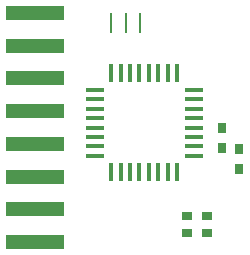
<source format=gbr>
G04 DipTrace 3.3.1.1*
G04 TopPaste.gbr*
%MOIN*%
G04 #@! TF.FileFunction,Paste,Top*
G04 #@! TF.Part,Single*
%ADD31R,0.007868X0.066923*%
%ADD35R,0.059049X0.011805*%
%ADD37R,0.011805X0.059049*%
%ADD39R,0.03149X0.035427*%
%ADD41R,0.035427X0.03149*%
%ADD43R,0.19212X0.04662*%
%FSLAX26Y26*%
G04*
G70*
G90*
G75*
G01*
G04 TopPaste*
%LPD*%
D43*
X499951Y424951D3*
Y533951D3*
Y642951D3*
Y751951D3*
Y860951D3*
Y969951D3*
Y1078951D3*
X500001Y1187990D3*
D41*
X1006200Y456200D3*
X1073129D3*
X1006200Y512449D3*
X1073129D3*
D39*
X1181200Y668700D3*
Y735629D3*
X1124951Y737449D3*
Y804378D3*
D37*
X974951Y987449D3*
X943455D3*
X911959D3*
X880462D3*
X848966D3*
X817470D3*
X785974D3*
X754478D3*
D35*
X699360Y932331D3*
Y900835D3*
Y869339D3*
Y837843D3*
Y806347D3*
Y774851D3*
Y743355D3*
Y711859D3*
D37*
X754478Y656741D3*
X785974D3*
X817470D3*
X848966D3*
X880462D3*
X911959D3*
X943455D3*
X974951D3*
D35*
X1030069Y711859D3*
Y743355D3*
Y774851D3*
Y806347D3*
Y837843D3*
Y869339D3*
Y900835D3*
Y932331D3*
D31*
X849949Y1156200D3*
X802705D3*
X755461D3*
M02*

</source>
